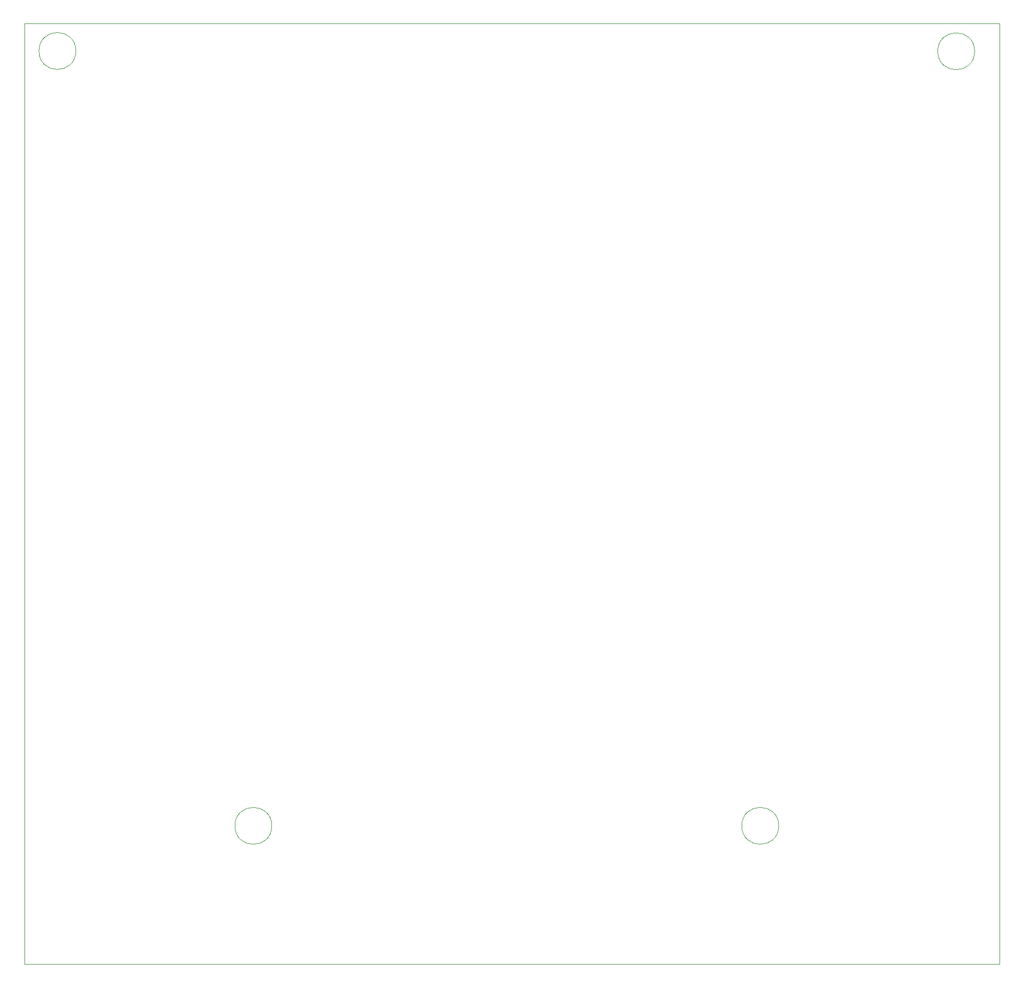
<source format=gbr>
%TF.GenerationSoftware,KiCad,Pcbnew,(6.0.6)*%
%TF.CreationDate,2022-09-09T15:05:40+03:00*%
%TF.ProjectId,main_board,6d61696e-5f62-46f6-9172-642e6b696361,rev?*%
%TF.SameCoordinates,Original*%
%TF.FileFunction,Profile,NP*%
%FSLAX46Y46*%
G04 Gerber Fmt 4.6, Leading zero omitted, Abs format (unit mm)*
G04 Created by KiCad (PCBNEW (6.0.6)) date 2022-09-09 15:05:40*
%MOMM*%
%LPD*%
G01*
G04 APERTURE LIST*
%TA.AperFunction,Profile*%
%ADD10C,0.100000*%
%TD*%
G04 APERTURE END LIST*
D10*
X15558800Y-16510000D02*
X174040800Y-16510000D01*
X174040800Y-16510000D02*
X174040800Y-169510000D01*
X174040800Y-169510000D02*
X15558800Y-169510000D01*
X15558800Y-169510000D02*
X15558800Y-16510000D01*
X55730400Y-147015200D02*
G75*
G03*
X55730400Y-147015200I-3000000J0D01*
G01*
X23878800Y-20980400D02*
G75*
G03*
X23878800Y-20980400I-3000000J0D01*
G01*
X138128000Y-147015200D02*
G75*
G03*
X138128000Y-147015200I-3000000J0D01*
G01*
X169979200Y-21031200D02*
G75*
G03*
X169979200Y-21031200I-3000000J0D01*
G01*
M02*

</source>
